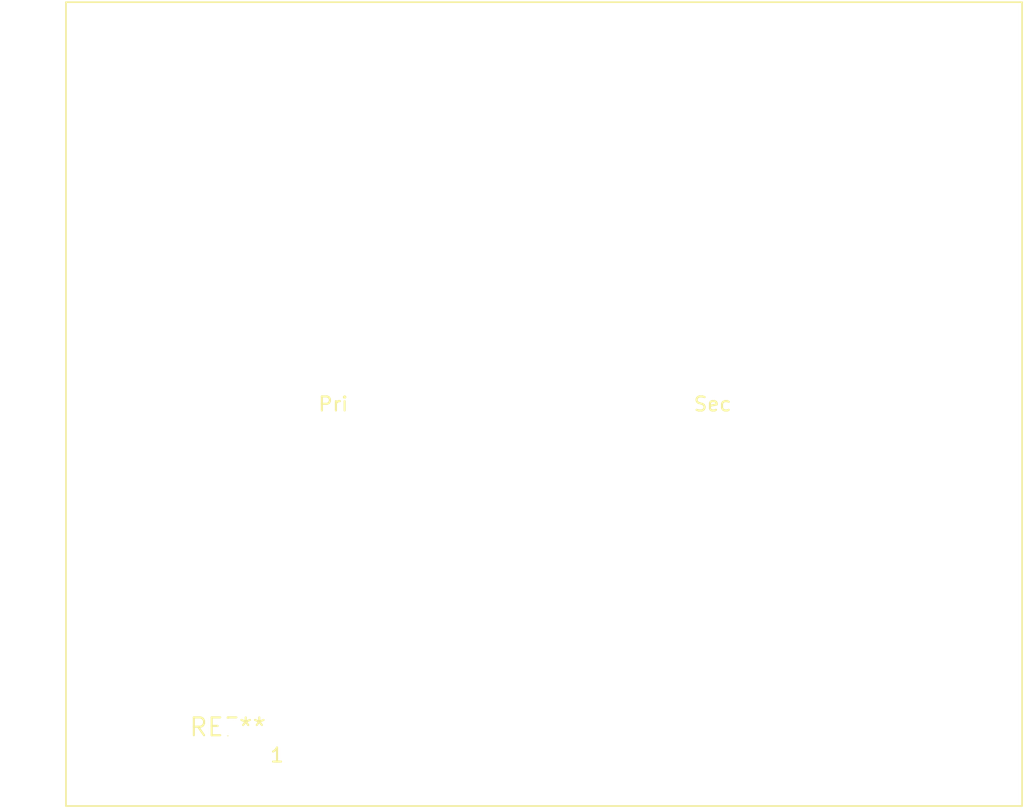
<source format=kicad_pcb>
(kicad_pcb (version 20240108) (generator pcbnew)
  (layers (0 "F.Cu" signal) (31 "B.Cu" signal) (34 "B.Paste" user) (35 "F.Paste" user) (36 "B.SilkS" user "B.Silkscreen") (37 "F.SilkS" user "F.Silkscreen") (38 "B.Mask" user) (39 "F.Mask" user) (44 "Edge.Cuts" user))
  (net 0 "")
  (footprint "Transformer_CHK_UI39-10VA_Flat" (layer "F.Cu") (at 0 0)
    (property "Reference" "REF**")
    (property "Value" "Transformer_CHK_UI39-10VA_Flat")
    (fp_line (start -11.52 -51.62) (end -11.52 5.62) (layer "F.SilkS") (stroke (width 0.12)))
    (fp_line (start -11.52 -51.62) (end 56.52 -51.62) (layer "F.SilkS") (stroke (width 0.12)))
    (fp_line (start 56.52 5.62) (end -11.52 5.62) (layer "F.SilkS") (stroke (width 0.12)))
    (fp_line (start 56.52 5.62) (end 56.52 -51.62) (layer "F.SilkS") (stroke (width 0.12)))
    (fp_text user "1" (at 3.5 2 0) (layer "F.SilkS"))
    (fp_text user "Sec" (at 34.5 -23 0) (layer "F.SilkS"))
    (fp_text user "Pri" (at 7.5 -23 0) (layer "F.SilkS"))
    (pad "" np_thru_hole circle (at -8.75 -48) (size 3 3) (drill 3) (layers *.Cu *.Mask))
    (pad "" np_thru_hole circle (at -8.75 2) (size 3 3) (drill 3) (layers *.Cu *.Mask))
    (pad "" np_thru_hole circle (at 53.75 -48) (size 3 3) (drill 3) (layers *.Cu *.Mask))
    (pad "" np_thru_hole circle (at 53.75 2) (size 3 3) (drill 3) (layers *.Cu *.Mask))
    (pad "1" thru_hole circle (at 0 0) (size 2.5 2.5) (drill 1.2) (layers *.Cu *.Mask) (remove_unused_layers))
    (pad "2" thru_hole circle (at 0 -5) (size 2.5 2.5) (drill 1.2) (layers *.Cu *.Mask) (remove_unused_layers))
    (pad "3" thru_hole circle (at 0 -10) (size 2.5 2.5) (drill 1.2) (layers *.Cu *.Mask) (remove_unused_layers))
    (pad "4" thru_hole circle (at 0 -15) (size 2.5 2.5) (drill 1.2) (layers *.Cu *.Mask) (remove_unused_layers))
    (pad "5" thru_hole circle (at 0 -20.33) (size 2.5 2.5) (drill 1.2) (layers *.Cu *.Mask) (remove_unused_layers))
    (pad "6" thru_hole circle (at 0 -25.66) (size 2.5 2.5) (drill 1.2) (layers *.Cu *.Mask) (remove_unused_layers))
    (pad "7" thru_hole circle (at 0 -30.99) (size 2.5 2.5) (drill 1.2) (layers *.Cu *.Mask) (remove_unused_layers))
    (pad "8" thru_hole circle (at 0 -36) (size 2.5 2.5) (drill 1.2) (layers *.Cu *.Mask) (remove_unused_layers))
    (pad "9" thru_hole circle (at 0 -41) (size 2.5 2.5) (drill 1.2) (layers *.Cu *.Mask) (remove_unused_layers))
    (pad "10" thru_hole circle (at 0 -46) (size 2.5 2.5) (drill 1.2) (layers *.Cu *.Mask) (remove_unused_layers))
    (pad "11" thru_hole circle (at 45 -46) (size 2.5 2.5) (drill 1.2) (layers *.Cu *.Mask) (remove_unused_layers))
    (pad "12" thru_hole circle (at 45 -41) (size 2.5 2.5) (drill 1.2) (layers *.Cu *.Mask) (remove_unused_layers))
    (pad "13" thru_hole circle (at 45 -36) (size 2.5 2.5) (drill 1.2) (layers *.Cu *.Mask) (remove_unused_layers))
    (pad "14" thru_hole circle (at 45 -31) (size 2.5 2.5) (drill 1.2) (layers *.Cu *.Mask) (remove_unused_layers))
    (pad "15" thru_hole circle (at 45 -25.66) (size 2.5 2.5) (drill 1.2) (layers *.Cu *.Mask) (remove_unused_layers))
    (pad "16" thru_hole circle (at 45 -20.33) (size 2.5 2.5) (drill 1.2) (layers *.Cu *.Mask) (remove_unused_layers))
    (pad "17" thru_hole circle (at 45 -15) (size 2.5 2.5) (drill 1.2) (layers *.Cu *.Mask) (remove_unused_layers))
    (pad "18" thru_hole circle (at 45 -10) (size 2.5 2.5) (drill 1.2) (layers *.Cu *.Mask) (remove_unused_layers))
    (pad "19" thru_hole circle (at 45 -5) (size 2.5 2.5) (drill 1.2) (layers *.Cu *.Mask) (remove_unused_layers))
    (pad "20" thru_hole circle (at 45 0) (size 2.5 2.5) (drill 1.2) (layers *.Cu *.Mask) (remove_unused_layers))
  )
)
</source>
